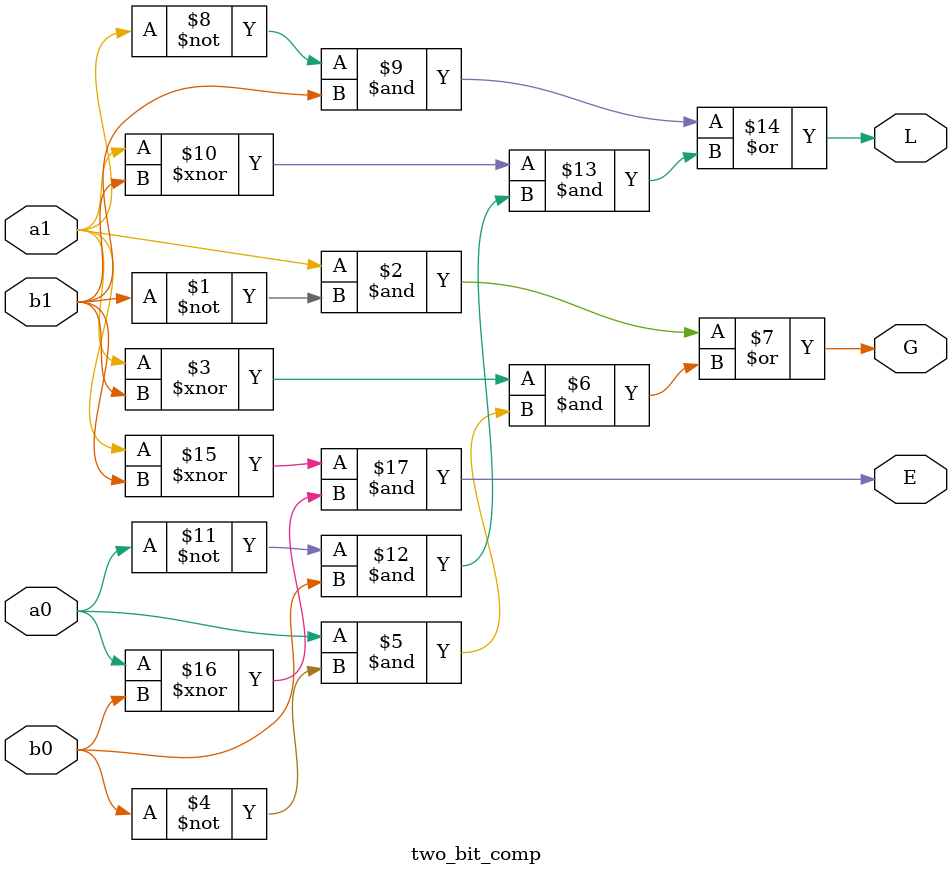
<source format=v>
`timescale 1ns / 1ps



module four_bit_comp(G, L, E, a, b);
    input [3:0]a,b;
    output G, L, E;
    wire  g1, g2, l1, l2, e1, e2;

    two_bit_comp c1(g2, l2, e2, a[3], a[2], b[3], b[2]);
    two_bit_comp c2(g1, l1, e1, a[1], a[0], b[1], b[0]);

    assign G = (g2) | (e2 & g1);
    assign L = (l2) | (e2 & l1);
    assign E = e1 & e2;

endmodule


module two_bit_comp(G ,L, E, a0, a1, b0, b1);
input a0, a1, b0, b1;
output G, L, E;

assign G = ((a1)&(~b1))|((a1)~^(b1))&((a0)&(~b0));
assign L = ((~a1)&(b1))|((a1)~^(b1))&((~a0)&(b0));
assign E = (a1~^b1) & (a0~^b0);

endmodule




</source>
